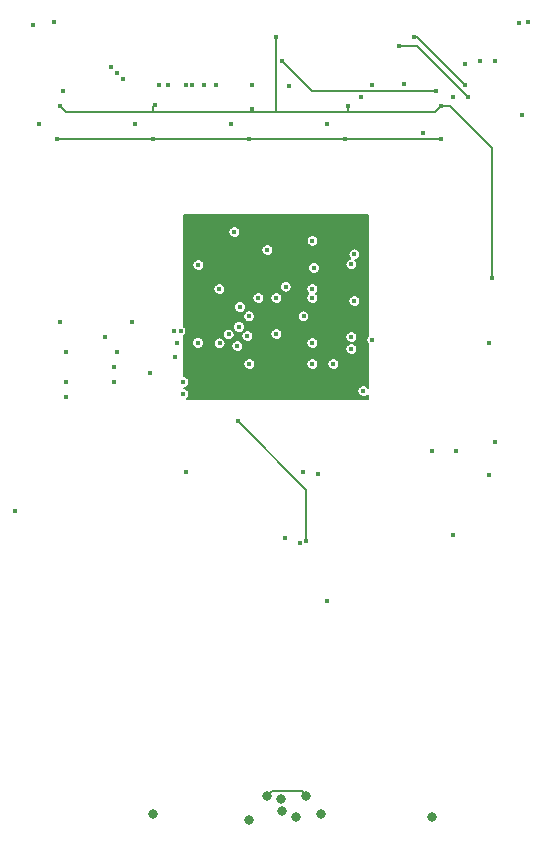
<source format=gbr>
%TF.GenerationSoftware,KiCad,Pcbnew,5.1.6*%
%TF.CreationDate,2021-04-23T20:35:47+02:00*%
%TF.ProjectId,nhci,6e686369-2e6b-4696-9361-645f70636258,rev?*%
%TF.SameCoordinates,Original*%
%TF.FileFunction,Copper,L3,Inr*%
%TF.FilePolarity,Positive*%
%FSLAX46Y46*%
G04 Gerber Fmt 4.6, Leading zero omitted, Abs format (unit mm)*
G04 Created by KiCad (PCBNEW 5.1.6) date 2021-04-23 20:35:47*
%MOMM*%
%LPD*%
G01*
G04 APERTURE LIST*
%TA.AperFunction,ViaPad*%
%ADD10C,0.400000*%
%TD*%
%TA.AperFunction,ViaPad*%
%ADD11C,0.800000*%
%TD*%
%TA.AperFunction,Conductor*%
%ADD12C,0.200000*%
%TD*%
G04 APERTURE END LIST*
D10*
%TO.N,GND*%
X44704000Y-100584000D03*
X80278000Y-106631999D03*
X86106000Y-108204000D03*
X77724000Y-109728000D03*
X86614000Y-100330000D03*
X45212000Y-108966000D03*
X47244000Y-106172000D03*
X53340000Y-108966000D03*
X55372000Y-105664000D03*
X61468000Y-108966000D03*
X63244597Y-105665403D03*
X69596000Y-108966000D03*
X72418000Y-106708000D03*
X43180000Y-141732000D03*
X58650685Y-127484685D03*
X58674000Y-120904000D03*
X71628000Y-127000000D03*
X68326000Y-129286000D03*
X65278000Y-123698000D03*
X62992000Y-129286000D03*
X62822362Y-126915638D03*
X64516000Y-119634000D03*
X66078001Y-122737796D03*
X65278000Y-126746000D03*
X67579905Y-125242132D03*
X68478001Y-121137795D03*
X56642000Y-126492000D03*
X71628000Y-120845999D03*
X83312000Y-127508000D03*
X78486000Y-136652000D03*
X83312000Y-138684000D03*
X66040000Y-144018000D03*
X67552000Y-138418000D03*
X80264000Y-143764000D03*
X69596000Y-149352000D03*
X57658000Y-138430000D03*
X47498000Y-128270000D03*
D11*
X78486000Y-167640000D03*
X62992000Y-167894000D03*
X69088000Y-167386000D03*
X54864000Y-167386000D03*
D10*
X60452000Y-122936000D03*
%TO.N,/P_REG*%
X76073000Y-105583000D03*
%TO.N,/P_IOWR*%
X60162000Y-105628000D03*
%TO.N,/P_IORD*%
X59162000Y-105644000D03*
%TO.N,/P_CE2*%
X57635065Y-105659570D03*
%TO.N,/P_WE*%
X66363011Y-105760001D03*
%TO.N,/P_OE*%
X58162000Y-105668000D03*
%TO.N,/P_CE1*%
X56134000Y-105664000D03*
%TO.N,/P_RESET*%
X73418000Y-105676000D03*
%TO.N,+5V*%
X65278000Y-101600000D03*
X79248000Y-107442000D03*
X46989000Y-107443000D03*
X54992000Y-107316000D03*
X63246000Y-107696000D03*
X71351000Y-107465000D03*
X83520000Y-121966000D03*
%TO.N,/P_D0*%
X51308000Y-104140000D03*
X81280000Y-103886000D03*
%TO.N,/P_D1*%
X51816000Y-104648000D03*
X82550000Y-103632000D03*
%TO.N,/P_D2*%
X52324000Y-105156000D03*
X83820000Y-103632000D03*
%TO.N,+3V3*%
X79248000Y-110236000D03*
X46736000Y-110236000D03*
X54864000Y-110236000D03*
X62992000Y-110236000D03*
X71120000Y-110236000D03*
X61976000Y-127762000D03*
X61722000Y-118110000D03*
X68340280Y-118849658D03*
X71628000Y-128016000D03*
X70104000Y-129286000D03*
X63754000Y-123698000D03*
X71882000Y-123952000D03*
X57168997Y-126494222D03*
X71882000Y-119991998D03*
X80518000Y-136652000D03*
X72644000Y-131572000D03*
X67306020Y-144396933D03*
X68768250Y-138618250D03*
X51816000Y-128270000D03*
X54610000Y-130048000D03*
%TO.N,/P_READY*%
X78780002Y-106131998D03*
X65786000Y-103632000D03*
%TO.N,/P_WAIT*%
X75692000Y-102362000D03*
X81546000Y-106680000D03*
%TO.N,/P_INPACK*%
X81280000Y-105664000D03*
X76962000Y-101600000D03*
%TO.N,Net-(C15-Pad2)*%
X68326000Y-123698000D03*
X62976095Y-125242132D03*
%TO.N,Net-(C15-Pad1)*%
X62200204Y-124459999D03*
X68326000Y-122936000D03*
%TO.N,+1V2*%
X62992000Y-119634000D03*
X62955715Y-126025106D03*
X66060132Y-126761905D03*
X83820000Y-135890000D03*
X72517000Y-125349000D03*
X64516000Y-122047000D03*
X71882000Y-128905000D03*
X66929000Y-122047000D03*
%TO.N,12MHz*%
X67818000Y-144272000D03*
X62026000Y-134112000D03*
D11*
%TO.N,Net-(C29-Pad1)*%
X67818000Y-165862000D03*
X64516000Y-165862000D03*
%TO.N,Net-(R19-Pad1)*%
X66921000Y-167640000D03*
X65667000Y-166116000D03*
%TO.N,Net-(R20-Pad1)*%
X65786000Y-167132000D03*
D10*
%TO.N,Net-(JP1-Pad2)*%
X46482000Y-100330000D03*
X85788500Y-100393500D03*
%TO.N,Net-(J1-Pad7)*%
X51562000Y-130810000D03*
X56712000Y-128708000D03*
%TO.N,Net-(J1-Pad5)*%
X51562000Y-129540000D03*
X56896000Y-127508000D03*
%TO.N,Net-(J1-Pad2)*%
X60483877Y-127529137D03*
X53086000Y-125730000D03*
X46990000Y-125730000D03*
%TO.N,Net-(J1-Pad1)*%
X50800000Y-127000000D03*
%TO.N,CRESET*%
X61248848Y-126775662D03*
X57404000Y-130810000D03*
X47498000Y-130810000D03*
%TO.N,CDONE*%
X62115143Y-126135184D03*
X57404000Y-131826000D03*
X47498000Y-132080000D03*
%TO.N,Net-(D1-Pad2)*%
X68326000Y-127508000D03*
X73406000Y-127254000D03*
%TD*%
D12*
%TO.N,+5V*%
X65278000Y-101600000D02*
X65278000Y-107950000D01*
X78740000Y-107950000D02*
X79248000Y-107442000D01*
X46991000Y-107443000D02*
X46989000Y-107443000D01*
X47498000Y-107950000D02*
X46991000Y-107443000D01*
X54864000Y-107444000D02*
X54992000Y-107316000D01*
X54864000Y-107950000D02*
X54864000Y-107444000D01*
X54864000Y-107950000D02*
X47498000Y-107950000D01*
X63246000Y-107950000D02*
X54864000Y-107950000D01*
X63246000Y-107950000D02*
X63246000Y-107696000D01*
X65278000Y-107950000D02*
X63246000Y-107950000D01*
X71374000Y-107950000D02*
X78740000Y-107950000D01*
X65278000Y-107950000D02*
X71374000Y-107950000D01*
X71374000Y-107950000D02*
X71374000Y-107488000D01*
X71374000Y-107488000D02*
X71351000Y-107465000D01*
X79248000Y-107442000D02*
X80010000Y-107442000D01*
X83520000Y-110952000D02*
X83520000Y-121966000D01*
X80010000Y-107442000D02*
X83520000Y-110952000D01*
%TO.N,+3V3*%
X55118000Y-110236000D02*
X54864000Y-110236000D01*
X55118000Y-110236000D02*
X46736000Y-110236000D01*
X79248000Y-110236000D02*
X61722000Y-110236000D01*
X61722000Y-110236000D02*
X55118000Y-110236000D01*
%TO.N,/P_READY*%
X78780002Y-106131998D02*
X68285998Y-106131998D01*
X68285998Y-106131998D02*
X65786000Y-103632000D01*
%TO.N,/P_WAIT*%
X77228000Y-102362000D02*
X75692000Y-102362000D01*
X81546000Y-106680000D02*
X77228000Y-102362000D01*
%TO.N,/P_INPACK*%
X81280000Y-105664000D02*
X77216000Y-101600000D01*
X77216000Y-101600000D02*
X76962000Y-101600000D01*
%TO.N,12MHz*%
X67818000Y-144272000D02*
X67818000Y-139904000D01*
X67818000Y-139904000D02*
X62026000Y-134112000D01*
%TO.N,Net-(C29-Pad1)*%
X67418001Y-165462001D02*
X64915999Y-165462001D01*
X64915999Y-165462001D02*
X64516000Y-165862000D01*
X67818000Y-165862000D02*
X67418001Y-165462001D01*
%TD*%
%TO.N,+1V2*%
G36*
X73052000Y-126900894D02*
G01*
X73017625Y-126935269D01*
X72962906Y-127017161D01*
X72925215Y-127108155D01*
X72906000Y-127204754D01*
X72906000Y-127303246D01*
X72925215Y-127399845D01*
X72962906Y-127490839D01*
X73017625Y-127572731D01*
X73052000Y-127607106D01*
X73052000Y-131282640D01*
X73032375Y-131253269D01*
X72962731Y-131183625D01*
X72880839Y-131128906D01*
X72789845Y-131091215D01*
X72693246Y-131072000D01*
X72594754Y-131072000D01*
X72498155Y-131091215D01*
X72407161Y-131128906D01*
X72325269Y-131183625D01*
X72255625Y-131253269D01*
X72200906Y-131335161D01*
X72163215Y-131426155D01*
X72144000Y-131522754D01*
X72144000Y-131621246D01*
X72163215Y-131717845D01*
X72200906Y-131808839D01*
X72255625Y-131890731D01*
X72325269Y-131960375D01*
X72407161Y-132015094D01*
X72498155Y-132052785D01*
X72594754Y-132072000D01*
X72693246Y-132072000D01*
X72789845Y-132052785D01*
X72880839Y-132015094D01*
X72962731Y-131960375D01*
X73032375Y-131890731D01*
X73052000Y-131861360D01*
X73052000Y-132234000D01*
X57693360Y-132234000D01*
X57722731Y-132214375D01*
X57792375Y-132144731D01*
X57847094Y-132062839D01*
X57884785Y-131971845D01*
X57904000Y-131875246D01*
X57904000Y-131776754D01*
X57884785Y-131680155D01*
X57847094Y-131589161D01*
X57792375Y-131507269D01*
X57722731Y-131437625D01*
X57640839Y-131382906D01*
X57549845Y-131345215D01*
X57504000Y-131336096D01*
X57504000Y-131299904D01*
X57549845Y-131290785D01*
X57640839Y-131253094D01*
X57722731Y-131198375D01*
X57792375Y-131128731D01*
X57847094Y-131046839D01*
X57884785Y-130955845D01*
X57904000Y-130859246D01*
X57904000Y-130760754D01*
X57884785Y-130664155D01*
X57847094Y-130573161D01*
X57792375Y-130491269D01*
X57722731Y-130421625D01*
X57640839Y-130366906D01*
X57549845Y-130329215D01*
X57504000Y-130320096D01*
X57504000Y-129236754D01*
X62492000Y-129236754D01*
X62492000Y-129335246D01*
X62511215Y-129431845D01*
X62548906Y-129522839D01*
X62603625Y-129604731D01*
X62673269Y-129674375D01*
X62755161Y-129729094D01*
X62846155Y-129766785D01*
X62942754Y-129786000D01*
X63041246Y-129786000D01*
X63137845Y-129766785D01*
X63228839Y-129729094D01*
X63310731Y-129674375D01*
X63380375Y-129604731D01*
X63435094Y-129522839D01*
X63472785Y-129431845D01*
X63492000Y-129335246D01*
X63492000Y-129236754D01*
X67826000Y-129236754D01*
X67826000Y-129335246D01*
X67845215Y-129431845D01*
X67882906Y-129522839D01*
X67937625Y-129604731D01*
X68007269Y-129674375D01*
X68089161Y-129729094D01*
X68180155Y-129766785D01*
X68276754Y-129786000D01*
X68375246Y-129786000D01*
X68471845Y-129766785D01*
X68562839Y-129729094D01*
X68644731Y-129674375D01*
X68714375Y-129604731D01*
X68769094Y-129522839D01*
X68806785Y-129431845D01*
X68826000Y-129335246D01*
X68826000Y-129236754D01*
X69604000Y-129236754D01*
X69604000Y-129335246D01*
X69623215Y-129431845D01*
X69660906Y-129522839D01*
X69715625Y-129604731D01*
X69785269Y-129674375D01*
X69867161Y-129729094D01*
X69958155Y-129766785D01*
X70054754Y-129786000D01*
X70153246Y-129786000D01*
X70249845Y-129766785D01*
X70340839Y-129729094D01*
X70422731Y-129674375D01*
X70492375Y-129604731D01*
X70547094Y-129522839D01*
X70584785Y-129431845D01*
X70604000Y-129335246D01*
X70604000Y-129236754D01*
X70584785Y-129140155D01*
X70547094Y-129049161D01*
X70492375Y-128967269D01*
X70422731Y-128897625D01*
X70340839Y-128842906D01*
X70249845Y-128805215D01*
X70153246Y-128786000D01*
X70054754Y-128786000D01*
X69958155Y-128805215D01*
X69867161Y-128842906D01*
X69785269Y-128897625D01*
X69715625Y-128967269D01*
X69660906Y-129049161D01*
X69623215Y-129140155D01*
X69604000Y-129236754D01*
X68826000Y-129236754D01*
X68806785Y-129140155D01*
X68769094Y-129049161D01*
X68714375Y-128967269D01*
X68644731Y-128897625D01*
X68562839Y-128842906D01*
X68471845Y-128805215D01*
X68375246Y-128786000D01*
X68276754Y-128786000D01*
X68180155Y-128805215D01*
X68089161Y-128842906D01*
X68007269Y-128897625D01*
X67937625Y-128967269D01*
X67882906Y-129049161D01*
X67845215Y-129140155D01*
X67826000Y-129236754D01*
X63492000Y-129236754D01*
X63472785Y-129140155D01*
X63435094Y-129049161D01*
X63380375Y-128967269D01*
X63310731Y-128897625D01*
X63228839Y-128842906D01*
X63137845Y-128805215D01*
X63041246Y-128786000D01*
X62942754Y-128786000D01*
X62846155Y-128805215D01*
X62755161Y-128842906D01*
X62673269Y-128897625D01*
X62603625Y-128967269D01*
X62548906Y-129049161D01*
X62511215Y-129140155D01*
X62492000Y-129236754D01*
X57504000Y-129236754D01*
X57504000Y-127435439D01*
X58150685Y-127435439D01*
X58150685Y-127533931D01*
X58169900Y-127630530D01*
X58207591Y-127721524D01*
X58262310Y-127803416D01*
X58331954Y-127873060D01*
X58413846Y-127927779D01*
X58504840Y-127965470D01*
X58601439Y-127984685D01*
X58699931Y-127984685D01*
X58796530Y-127965470D01*
X58887524Y-127927779D01*
X58969416Y-127873060D01*
X59039060Y-127803416D01*
X59093779Y-127721524D01*
X59131470Y-127630530D01*
X59150685Y-127533931D01*
X59150685Y-127479891D01*
X59983877Y-127479891D01*
X59983877Y-127578383D01*
X60003092Y-127674982D01*
X60040783Y-127765976D01*
X60095502Y-127847868D01*
X60165146Y-127917512D01*
X60247038Y-127972231D01*
X60338032Y-128009922D01*
X60434631Y-128029137D01*
X60533123Y-128029137D01*
X60629722Y-128009922D01*
X60720716Y-127972231D01*
X60802608Y-127917512D01*
X60872252Y-127847868D01*
X60926971Y-127765976D01*
X60949016Y-127712754D01*
X61476000Y-127712754D01*
X61476000Y-127811246D01*
X61495215Y-127907845D01*
X61532906Y-127998839D01*
X61587625Y-128080731D01*
X61657269Y-128150375D01*
X61739161Y-128205094D01*
X61830155Y-128242785D01*
X61926754Y-128262000D01*
X62025246Y-128262000D01*
X62121845Y-128242785D01*
X62212839Y-128205094D01*
X62294731Y-128150375D01*
X62364375Y-128080731D01*
X62419094Y-127998839D01*
X62456785Y-127907845D01*
X62476000Y-127811246D01*
X62476000Y-127712754D01*
X62456785Y-127616155D01*
X62419094Y-127525161D01*
X62374722Y-127458754D01*
X67826000Y-127458754D01*
X67826000Y-127557246D01*
X67845215Y-127653845D01*
X67882906Y-127744839D01*
X67937625Y-127826731D01*
X68007269Y-127896375D01*
X68089161Y-127951094D01*
X68180155Y-127988785D01*
X68276754Y-128008000D01*
X68375246Y-128008000D01*
X68471845Y-127988785D01*
X68525032Y-127966754D01*
X71128000Y-127966754D01*
X71128000Y-128065246D01*
X71147215Y-128161845D01*
X71184906Y-128252839D01*
X71239625Y-128334731D01*
X71309269Y-128404375D01*
X71391161Y-128459094D01*
X71482155Y-128496785D01*
X71578754Y-128516000D01*
X71677246Y-128516000D01*
X71773845Y-128496785D01*
X71864839Y-128459094D01*
X71946731Y-128404375D01*
X72016375Y-128334731D01*
X72071094Y-128252839D01*
X72108785Y-128161845D01*
X72128000Y-128065246D01*
X72128000Y-127966754D01*
X72108785Y-127870155D01*
X72071094Y-127779161D01*
X72016375Y-127697269D01*
X71946731Y-127627625D01*
X71864839Y-127572906D01*
X71773845Y-127535215D01*
X71677246Y-127516000D01*
X71578754Y-127516000D01*
X71482155Y-127535215D01*
X71391161Y-127572906D01*
X71309269Y-127627625D01*
X71239625Y-127697269D01*
X71184906Y-127779161D01*
X71147215Y-127870155D01*
X71128000Y-127966754D01*
X68525032Y-127966754D01*
X68562839Y-127951094D01*
X68644731Y-127896375D01*
X68714375Y-127826731D01*
X68769094Y-127744839D01*
X68806785Y-127653845D01*
X68826000Y-127557246D01*
X68826000Y-127458754D01*
X68806785Y-127362155D01*
X68769094Y-127271161D01*
X68714375Y-127189269D01*
X68644731Y-127119625D01*
X68562839Y-127064906D01*
X68471845Y-127027215D01*
X68375246Y-127008000D01*
X68276754Y-127008000D01*
X68180155Y-127027215D01*
X68089161Y-127064906D01*
X68007269Y-127119625D01*
X67937625Y-127189269D01*
X67882906Y-127271161D01*
X67845215Y-127362155D01*
X67826000Y-127458754D01*
X62374722Y-127458754D01*
X62364375Y-127443269D01*
X62294731Y-127373625D01*
X62212839Y-127318906D01*
X62121845Y-127281215D01*
X62025246Y-127262000D01*
X61926754Y-127262000D01*
X61830155Y-127281215D01*
X61739161Y-127318906D01*
X61657269Y-127373625D01*
X61587625Y-127443269D01*
X61532906Y-127525161D01*
X61495215Y-127616155D01*
X61476000Y-127712754D01*
X60949016Y-127712754D01*
X60964662Y-127674982D01*
X60983877Y-127578383D01*
X60983877Y-127479891D01*
X60964662Y-127383292D01*
X60926971Y-127292298D01*
X60872252Y-127210406D01*
X60802608Y-127140762D01*
X60720716Y-127086043D01*
X60629722Y-127048352D01*
X60533123Y-127029137D01*
X60434631Y-127029137D01*
X60338032Y-127048352D01*
X60247038Y-127086043D01*
X60165146Y-127140762D01*
X60095502Y-127210406D01*
X60040783Y-127292298D01*
X60003092Y-127383292D01*
X59983877Y-127479891D01*
X59150685Y-127479891D01*
X59150685Y-127435439D01*
X59131470Y-127338840D01*
X59093779Y-127247846D01*
X59039060Y-127165954D01*
X58969416Y-127096310D01*
X58887524Y-127041591D01*
X58796530Y-127003900D01*
X58699931Y-126984685D01*
X58601439Y-126984685D01*
X58504840Y-127003900D01*
X58413846Y-127041591D01*
X58331954Y-127096310D01*
X58262310Y-127165954D01*
X58207591Y-127247846D01*
X58169900Y-127338840D01*
X58150685Y-127435439D01*
X57504000Y-127435439D01*
X57504000Y-126866325D01*
X57557372Y-126812953D01*
X57612091Y-126731061D01*
X57614015Y-126726416D01*
X60748848Y-126726416D01*
X60748848Y-126824908D01*
X60768063Y-126921507D01*
X60805754Y-127012501D01*
X60860473Y-127094393D01*
X60930117Y-127164037D01*
X61012009Y-127218756D01*
X61103003Y-127256447D01*
X61199602Y-127275662D01*
X61298094Y-127275662D01*
X61394693Y-127256447D01*
X61485687Y-127218756D01*
X61567579Y-127164037D01*
X61637223Y-127094393D01*
X61691942Y-127012501D01*
X61729633Y-126921507D01*
X61740596Y-126866392D01*
X62322362Y-126866392D01*
X62322362Y-126964884D01*
X62341577Y-127061483D01*
X62379268Y-127152477D01*
X62433987Y-127234369D01*
X62503631Y-127304013D01*
X62585523Y-127358732D01*
X62676517Y-127396423D01*
X62773116Y-127415638D01*
X62871608Y-127415638D01*
X62968207Y-127396423D01*
X63059201Y-127358732D01*
X63141093Y-127304013D01*
X63210737Y-127234369D01*
X63265456Y-127152477D01*
X63303147Y-127061483D01*
X63322362Y-126964884D01*
X63322362Y-126866392D01*
X63303147Y-126769793D01*
X63272894Y-126696754D01*
X64778000Y-126696754D01*
X64778000Y-126795246D01*
X64797215Y-126891845D01*
X64834906Y-126982839D01*
X64889625Y-127064731D01*
X64959269Y-127134375D01*
X65041161Y-127189094D01*
X65132155Y-127226785D01*
X65228754Y-127246000D01*
X65327246Y-127246000D01*
X65423845Y-127226785D01*
X65514839Y-127189094D01*
X65596731Y-127134375D01*
X65666375Y-127064731D01*
X65721094Y-126982839D01*
X65734384Y-126950754D01*
X71128000Y-126950754D01*
X71128000Y-127049246D01*
X71147215Y-127145845D01*
X71184906Y-127236839D01*
X71239625Y-127318731D01*
X71309269Y-127388375D01*
X71391161Y-127443094D01*
X71482155Y-127480785D01*
X71578754Y-127500000D01*
X71677246Y-127500000D01*
X71773845Y-127480785D01*
X71864839Y-127443094D01*
X71946731Y-127388375D01*
X72016375Y-127318731D01*
X72071094Y-127236839D01*
X72108785Y-127145845D01*
X72128000Y-127049246D01*
X72128000Y-126950754D01*
X72108785Y-126854155D01*
X72071094Y-126763161D01*
X72016375Y-126681269D01*
X71946731Y-126611625D01*
X71864839Y-126556906D01*
X71773845Y-126519215D01*
X71677246Y-126500000D01*
X71578754Y-126500000D01*
X71482155Y-126519215D01*
X71391161Y-126556906D01*
X71309269Y-126611625D01*
X71239625Y-126681269D01*
X71184906Y-126763161D01*
X71147215Y-126854155D01*
X71128000Y-126950754D01*
X65734384Y-126950754D01*
X65758785Y-126891845D01*
X65778000Y-126795246D01*
X65778000Y-126696754D01*
X65758785Y-126600155D01*
X65721094Y-126509161D01*
X65666375Y-126427269D01*
X65596731Y-126357625D01*
X65514839Y-126302906D01*
X65423845Y-126265215D01*
X65327246Y-126246000D01*
X65228754Y-126246000D01*
X65132155Y-126265215D01*
X65041161Y-126302906D01*
X64959269Y-126357625D01*
X64889625Y-126427269D01*
X64834906Y-126509161D01*
X64797215Y-126600155D01*
X64778000Y-126696754D01*
X63272894Y-126696754D01*
X63265456Y-126678799D01*
X63210737Y-126596907D01*
X63141093Y-126527263D01*
X63059201Y-126472544D01*
X62968207Y-126434853D01*
X62871608Y-126415638D01*
X62773116Y-126415638D01*
X62676517Y-126434853D01*
X62585523Y-126472544D01*
X62503631Y-126527263D01*
X62433987Y-126596907D01*
X62379268Y-126678799D01*
X62341577Y-126769793D01*
X62322362Y-126866392D01*
X61740596Y-126866392D01*
X61748848Y-126824908D01*
X61748848Y-126726416D01*
X61729633Y-126629817D01*
X61691942Y-126538823D01*
X61637223Y-126456931D01*
X61567579Y-126387287D01*
X61485687Y-126332568D01*
X61394693Y-126294877D01*
X61298094Y-126275662D01*
X61199602Y-126275662D01*
X61103003Y-126294877D01*
X61012009Y-126332568D01*
X60930117Y-126387287D01*
X60860473Y-126456931D01*
X60805754Y-126538823D01*
X60768063Y-126629817D01*
X60748848Y-126726416D01*
X57614015Y-126726416D01*
X57649782Y-126640067D01*
X57668997Y-126543468D01*
X57668997Y-126444976D01*
X57649782Y-126348377D01*
X57612091Y-126257383D01*
X57557372Y-126175491D01*
X57504000Y-126122119D01*
X57504000Y-126085938D01*
X61615143Y-126085938D01*
X61615143Y-126184430D01*
X61634358Y-126281029D01*
X61672049Y-126372023D01*
X61726768Y-126453915D01*
X61796412Y-126523559D01*
X61878304Y-126578278D01*
X61969298Y-126615969D01*
X62065897Y-126635184D01*
X62164389Y-126635184D01*
X62260988Y-126615969D01*
X62351982Y-126578278D01*
X62433874Y-126523559D01*
X62503518Y-126453915D01*
X62558237Y-126372023D01*
X62595928Y-126281029D01*
X62615143Y-126184430D01*
X62615143Y-126085938D01*
X62595928Y-125989339D01*
X62558237Y-125898345D01*
X62503518Y-125816453D01*
X62433874Y-125746809D01*
X62351982Y-125692090D01*
X62260988Y-125654399D01*
X62164389Y-125635184D01*
X62065897Y-125635184D01*
X61969298Y-125654399D01*
X61878304Y-125692090D01*
X61796412Y-125746809D01*
X61726768Y-125816453D01*
X61672049Y-125898345D01*
X61634358Y-125989339D01*
X61615143Y-126085938D01*
X57504000Y-126085938D01*
X57504000Y-125192886D01*
X62476095Y-125192886D01*
X62476095Y-125291378D01*
X62495310Y-125387977D01*
X62533001Y-125478971D01*
X62587720Y-125560863D01*
X62657364Y-125630507D01*
X62739256Y-125685226D01*
X62830250Y-125722917D01*
X62926849Y-125742132D01*
X63025341Y-125742132D01*
X63121940Y-125722917D01*
X63212934Y-125685226D01*
X63294826Y-125630507D01*
X63364470Y-125560863D01*
X63419189Y-125478971D01*
X63456880Y-125387977D01*
X63476095Y-125291378D01*
X63476095Y-125192886D01*
X67079905Y-125192886D01*
X67079905Y-125291378D01*
X67099120Y-125387977D01*
X67136811Y-125478971D01*
X67191530Y-125560863D01*
X67261174Y-125630507D01*
X67343066Y-125685226D01*
X67434060Y-125722917D01*
X67530659Y-125742132D01*
X67629151Y-125742132D01*
X67725750Y-125722917D01*
X67816744Y-125685226D01*
X67898636Y-125630507D01*
X67968280Y-125560863D01*
X68022999Y-125478971D01*
X68060690Y-125387977D01*
X68079905Y-125291378D01*
X68079905Y-125192886D01*
X68060690Y-125096287D01*
X68022999Y-125005293D01*
X67968280Y-124923401D01*
X67898636Y-124853757D01*
X67816744Y-124799038D01*
X67725750Y-124761347D01*
X67629151Y-124742132D01*
X67530659Y-124742132D01*
X67434060Y-124761347D01*
X67343066Y-124799038D01*
X67261174Y-124853757D01*
X67191530Y-124923401D01*
X67136811Y-125005293D01*
X67099120Y-125096287D01*
X67079905Y-125192886D01*
X63476095Y-125192886D01*
X63456880Y-125096287D01*
X63419189Y-125005293D01*
X63364470Y-124923401D01*
X63294826Y-124853757D01*
X63212934Y-124799038D01*
X63121940Y-124761347D01*
X63025341Y-124742132D01*
X62926849Y-124742132D01*
X62830250Y-124761347D01*
X62739256Y-124799038D01*
X62657364Y-124853757D01*
X62587720Y-124923401D01*
X62533001Y-125005293D01*
X62495310Y-125096287D01*
X62476095Y-125192886D01*
X57504000Y-125192886D01*
X57504000Y-124410753D01*
X61700204Y-124410753D01*
X61700204Y-124509245D01*
X61719419Y-124605844D01*
X61757110Y-124696838D01*
X61811829Y-124778730D01*
X61881473Y-124848374D01*
X61963365Y-124903093D01*
X62054359Y-124940784D01*
X62150958Y-124959999D01*
X62249450Y-124959999D01*
X62346049Y-124940784D01*
X62437043Y-124903093D01*
X62518935Y-124848374D01*
X62588579Y-124778730D01*
X62643298Y-124696838D01*
X62680989Y-124605844D01*
X62700204Y-124509245D01*
X62700204Y-124410753D01*
X62680989Y-124314154D01*
X62643298Y-124223160D01*
X62588579Y-124141268D01*
X62518935Y-124071624D01*
X62437043Y-124016905D01*
X62346049Y-123979214D01*
X62249450Y-123959999D01*
X62150958Y-123959999D01*
X62054359Y-123979214D01*
X61963365Y-124016905D01*
X61881473Y-124071624D01*
X61811829Y-124141268D01*
X61757110Y-124223160D01*
X61719419Y-124314154D01*
X61700204Y-124410753D01*
X57504000Y-124410753D01*
X57504000Y-123648754D01*
X63254000Y-123648754D01*
X63254000Y-123747246D01*
X63273215Y-123843845D01*
X63310906Y-123934839D01*
X63365625Y-124016731D01*
X63435269Y-124086375D01*
X63517161Y-124141094D01*
X63608155Y-124178785D01*
X63704754Y-124198000D01*
X63803246Y-124198000D01*
X63899845Y-124178785D01*
X63990839Y-124141094D01*
X64072731Y-124086375D01*
X64142375Y-124016731D01*
X64197094Y-123934839D01*
X64234785Y-123843845D01*
X64254000Y-123747246D01*
X64254000Y-123648754D01*
X64778000Y-123648754D01*
X64778000Y-123747246D01*
X64797215Y-123843845D01*
X64834906Y-123934839D01*
X64889625Y-124016731D01*
X64959269Y-124086375D01*
X65041161Y-124141094D01*
X65132155Y-124178785D01*
X65228754Y-124198000D01*
X65327246Y-124198000D01*
X65423845Y-124178785D01*
X65514839Y-124141094D01*
X65596731Y-124086375D01*
X65666375Y-124016731D01*
X65721094Y-123934839D01*
X65758785Y-123843845D01*
X65778000Y-123747246D01*
X65778000Y-123648754D01*
X65758785Y-123552155D01*
X65721094Y-123461161D01*
X65666375Y-123379269D01*
X65596731Y-123309625D01*
X65514839Y-123254906D01*
X65423845Y-123217215D01*
X65327246Y-123198000D01*
X65228754Y-123198000D01*
X65132155Y-123217215D01*
X65041161Y-123254906D01*
X64959269Y-123309625D01*
X64889625Y-123379269D01*
X64834906Y-123461161D01*
X64797215Y-123552155D01*
X64778000Y-123648754D01*
X64254000Y-123648754D01*
X64234785Y-123552155D01*
X64197094Y-123461161D01*
X64142375Y-123379269D01*
X64072731Y-123309625D01*
X63990839Y-123254906D01*
X63899845Y-123217215D01*
X63803246Y-123198000D01*
X63704754Y-123198000D01*
X63608155Y-123217215D01*
X63517161Y-123254906D01*
X63435269Y-123309625D01*
X63365625Y-123379269D01*
X63310906Y-123461161D01*
X63273215Y-123552155D01*
X63254000Y-123648754D01*
X57504000Y-123648754D01*
X57504000Y-122886754D01*
X59952000Y-122886754D01*
X59952000Y-122985246D01*
X59971215Y-123081845D01*
X60008906Y-123172839D01*
X60063625Y-123254731D01*
X60133269Y-123324375D01*
X60215161Y-123379094D01*
X60306155Y-123416785D01*
X60402754Y-123436000D01*
X60501246Y-123436000D01*
X60597845Y-123416785D01*
X60688839Y-123379094D01*
X60770731Y-123324375D01*
X60840375Y-123254731D01*
X60895094Y-123172839D01*
X60932785Y-123081845D01*
X60952000Y-122985246D01*
X60952000Y-122886754D01*
X60932785Y-122790155D01*
X60895094Y-122699161D01*
X60888004Y-122688550D01*
X65578001Y-122688550D01*
X65578001Y-122787042D01*
X65597216Y-122883641D01*
X65634907Y-122974635D01*
X65689626Y-123056527D01*
X65759270Y-123126171D01*
X65841162Y-123180890D01*
X65932156Y-123218581D01*
X66028755Y-123237796D01*
X66127247Y-123237796D01*
X66223846Y-123218581D01*
X66314840Y-123180890D01*
X66396732Y-123126171D01*
X66466376Y-123056527D01*
X66521095Y-122974635D01*
X66557496Y-122886754D01*
X67826000Y-122886754D01*
X67826000Y-122985246D01*
X67845215Y-123081845D01*
X67882906Y-123172839D01*
X67937625Y-123254731D01*
X67999894Y-123317000D01*
X67937625Y-123379269D01*
X67882906Y-123461161D01*
X67845215Y-123552155D01*
X67826000Y-123648754D01*
X67826000Y-123747246D01*
X67845215Y-123843845D01*
X67882906Y-123934839D01*
X67937625Y-124016731D01*
X68007269Y-124086375D01*
X68089161Y-124141094D01*
X68180155Y-124178785D01*
X68276754Y-124198000D01*
X68375246Y-124198000D01*
X68471845Y-124178785D01*
X68562839Y-124141094D01*
X68644731Y-124086375D01*
X68714375Y-124016731D01*
X68769094Y-123934839D01*
X68782384Y-123902754D01*
X71382000Y-123902754D01*
X71382000Y-124001246D01*
X71401215Y-124097845D01*
X71438906Y-124188839D01*
X71493625Y-124270731D01*
X71563269Y-124340375D01*
X71645161Y-124395094D01*
X71736155Y-124432785D01*
X71832754Y-124452000D01*
X71931246Y-124452000D01*
X72027845Y-124432785D01*
X72118839Y-124395094D01*
X72200731Y-124340375D01*
X72270375Y-124270731D01*
X72325094Y-124188839D01*
X72362785Y-124097845D01*
X72382000Y-124001246D01*
X72382000Y-123902754D01*
X72362785Y-123806155D01*
X72325094Y-123715161D01*
X72270375Y-123633269D01*
X72200731Y-123563625D01*
X72118839Y-123508906D01*
X72027845Y-123471215D01*
X71931246Y-123452000D01*
X71832754Y-123452000D01*
X71736155Y-123471215D01*
X71645161Y-123508906D01*
X71563269Y-123563625D01*
X71493625Y-123633269D01*
X71438906Y-123715161D01*
X71401215Y-123806155D01*
X71382000Y-123902754D01*
X68782384Y-123902754D01*
X68806785Y-123843845D01*
X68826000Y-123747246D01*
X68826000Y-123648754D01*
X68806785Y-123552155D01*
X68769094Y-123461161D01*
X68714375Y-123379269D01*
X68652106Y-123317000D01*
X68714375Y-123254731D01*
X68769094Y-123172839D01*
X68806785Y-123081845D01*
X68826000Y-122985246D01*
X68826000Y-122886754D01*
X68806785Y-122790155D01*
X68769094Y-122699161D01*
X68714375Y-122617269D01*
X68644731Y-122547625D01*
X68562839Y-122492906D01*
X68471845Y-122455215D01*
X68375246Y-122436000D01*
X68276754Y-122436000D01*
X68180155Y-122455215D01*
X68089161Y-122492906D01*
X68007269Y-122547625D01*
X67937625Y-122617269D01*
X67882906Y-122699161D01*
X67845215Y-122790155D01*
X67826000Y-122886754D01*
X66557496Y-122886754D01*
X66558786Y-122883641D01*
X66578001Y-122787042D01*
X66578001Y-122688550D01*
X66558786Y-122591951D01*
X66521095Y-122500957D01*
X66466376Y-122419065D01*
X66396732Y-122349421D01*
X66314840Y-122294702D01*
X66223846Y-122257011D01*
X66127247Y-122237796D01*
X66028755Y-122237796D01*
X65932156Y-122257011D01*
X65841162Y-122294702D01*
X65759270Y-122349421D01*
X65689626Y-122419065D01*
X65634907Y-122500957D01*
X65597216Y-122591951D01*
X65578001Y-122688550D01*
X60888004Y-122688550D01*
X60840375Y-122617269D01*
X60770731Y-122547625D01*
X60688839Y-122492906D01*
X60597845Y-122455215D01*
X60501246Y-122436000D01*
X60402754Y-122436000D01*
X60306155Y-122455215D01*
X60215161Y-122492906D01*
X60133269Y-122547625D01*
X60063625Y-122617269D01*
X60008906Y-122699161D01*
X59971215Y-122790155D01*
X59952000Y-122886754D01*
X57504000Y-122886754D01*
X57504000Y-120854754D01*
X58174000Y-120854754D01*
X58174000Y-120953246D01*
X58193215Y-121049845D01*
X58230906Y-121140839D01*
X58285625Y-121222731D01*
X58355269Y-121292375D01*
X58437161Y-121347094D01*
X58528155Y-121384785D01*
X58624754Y-121404000D01*
X58723246Y-121404000D01*
X58819845Y-121384785D01*
X58910839Y-121347094D01*
X58992731Y-121292375D01*
X59062375Y-121222731D01*
X59117094Y-121140839D01*
X59138753Y-121088549D01*
X67978001Y-121088549D01*
X67978001Y-121187041D01*
X67997216Y-121283640D01*
X68034907Y-121374634D01*
X68089626Y-121456526D01*
X68159270Y-121526170D01*
X68241162Y-121580889D01*
X68332156Y-121618580D01*
X68428755Y-121637795D01*
X68527247Y-121637795D01*
X68623846Y-121618580D01*
X68714840Y-121580889D01*
X68796732Y-121526170D01*
X68866376Y-121456526D01*
X68921095Y-121374634D01*
X68958786Y-121283640D01*
X68978001Y-121187041D01*
X68978001Y-121088549D01*
X68958786Y-120991950D01*
X68921095Y-120900956D01*
X68866376Y-120819064D01*
X68844065Y-120796753D01*
X71128000Y-120796753D01*
X71128000Y-120895245D01*
X71147215Y-120991844D01*
X71184906Y-121082838D01*
X71239625Y-121164730D01*
X71309269Y-121234374D01*
X71391161Y-121289093D01*
X71482155Y-121326784D01*
X71578754Y-121345999D01*
X71677246Y-121345999D01*
X71773845Y-121326784D01*
X71864839Y-121289093D01*
X71946731Y-121234374D01*
X72016375Y-121164730D01*
X72071094Y-121082838D01*
X72108785Y-120991844D01*
X72128000Y-120895245D01*
X72128000Y-120796753D01*
X72108785Y-120700154D01*
X72071094Y-120609160D01*
X72016375Y-120527268D01*
X71972833Y-120483726D01*
X72027845Y-120472783D01*
X72118839Y-120435092D01*
X72200731Y-120380373D01*
X72270375Y-120310729D01*
X72325094Y-120228837D01*
X72362785Y-120137843D01*
X72382000Y-120041244D01*
X72382000Y-119942752D01*
X72362785Y-119846153D01*
X72325094Y-119755159D01*
X72270375Y-119673267D01*
X72200731Y-119603623D01*
X72118839Y-119548904D01*
X72027845Y-119511213D01*
X71931246Y-119491998D01*
X71832754Y-119491998D01*
X71736155Y-119511213D01*
X71645161Y-119548904D01*
X71563269Y-119603623D01*
X71493625Y-119673267D01*
X71438906Y-119755159D01*
X71401215Y-119846153D01*
X71382000Y-119942752D01*
X71382000Y-120041244D01*
X71401215Y-120137843D01*
X71438906Y-120228837D01*
X71493625Y-120310729D01*
X71537167Y-120354271D01*
X71482155Y-120365214D01*
X71391161Y-120402905D01*
X71309269Y-120457624D01*
X71239625Y-120527268D01*
X71184906Y-120609160D01*
X71147215Y-120700154D01*
X71128000Y-120796753D01*
X68844065Y-120796753D01*
X68796732Y-120749420D01*
X68714840Y-120694701D01*
X68623846Y-120657010D01*
X68527247Y-120637795D01*
X68428755Y-120637795D01*
X68332156Y-120657010D01*
X68241162Y-120694701D01*
X68159270Y-120749420D01*
X68089626Y-120819064D01*
X68034907Y-120900956D01*
X67997216Y-120991950D01*
X67978001Y-121088549D01*
X59138753Y-121088549D01*
X59154785Y-121049845D01*
X59174000Y-120953246D01*
X59174000Y-120854754D01*
X59154785Y-120758155D01*
X59117094Y-120667161D01*
X59062375Y-120585269D01*
X58992731Y-120515625D01*
X58910839Y-120460906D01*
X58819845Y-120423215D01*
X58723246Y-120404000D01*
X58624754Y-120404000D01*
X58528155Y-120423215D01*
X58437161Y-120460906D01*
X58355269Y-120515625D01*
X58285625Y-120585269D01*
X58230906Y-120667161D01*
X58193215Y-120758155D01*
X58174000Y-120854754D01*
X57504000Y-120854754D01*
X57504000Y-119584754D01*
X64016000Y-119584754D01*
X64016000Y-119683246D01*
X64035215Y-119779845D01*
X64072906Y-119870839D01*
X64127625Y-119952731D01*
X64197269Y-120022375D01*
X64279161Y-120077094D01*
X64370155Y-120114785D01*
X64466754Y-120134000D01*
X64565246Y-120134000D01*
X64661845Y-120114785D01*
X64752839Y-120077094D01*
X64834731Y-120022375D01*
X64904375Y-119952731D01*
X64959094Y-119870839D01*
X64996785Y-119779845D01*
X65016000Y-119683246D01*
X65016000Y-119584754D01*
X64996785Y-119488155D01*
X64959094Y-119397161D01*
X64904375Y-119315269D01*
X64834731Y-119245625D01*
X64752839Y-119190906D01*
X64661845Y-119153215D01*
X64565246Y-119134000D01*
X64466754Y-119134000D01*
X64370155Y-119153215D01*
X64279161Y-119190906D01*
X64197269Y-119245625D01*
X64127625Y-119315269D01*
X64072906Y-119397161D01*
X64035215Y-119488155D01*
X64016000Y-119584754D01*
X57504000Y-119584754D01*
X57504000Y-118800412D01*
X67840280Y-118800412D01*
X67840280Y-118898904D01*
X67859495Y-118995503D01*
X67897186Y-119086497D01*
X67951905Y-119168389D01*
X68021549Y-119238033D01*
X68103441Y-119292752D01*
X68194435Y-119330443D01*
X68291034Y-119349658D01*
X68389526Y-119349658D01*
X68486125Y-119330443D01*
X68577119Y-119292752D01*
X68659011Y-119238033D01*
X68728655Y-119168389D01*
X68783374Y-119086497D01*
X68821065Y-118995503D01*
X68840280Y-118898904D01*
X68840280Y-118800412D01*
X68821065Y-118703813D01*
X68783374Y-118612819D01*
X68728655Y-118530927D01*
X68659011Y-118461283D01*
X68577119Y-118406564D01*
X68486125Y-118368873D01*
X68389526Y-118349658D01*
X68291034Y-118349658D01*
X68194435Y-118368873D01*
X68103441Y-118406564D01*
X68021549Y-118461283D01*
X67951905Y-118530927D01*
X67897186Y-118612819D01*
X67859495Y-118703813D01*
X67840280Y-118800412D01*
X57504000Y-118800412D01*
X57504000Y-118060754D01*
X61222000Y-118060754D01*
X61222000Y-118159246D01*
X61241215Y-118255845D01*
X61278906Y-118346839D01*
X61333625Y-118428731D01*
X61403269Y-118498375D01*
X61485161Y-118553094D01*
X61576155Y-118590785D01*
X61672754Y-118610000D01*
X61771246Y-118610000D01*
X61867845Y-118590785D01*
X61958839Y-118553094D01*
X62040731Y-118498375D01*
X62110375Y-118428731D01*
X62165094Y-118346839D01*
X62202785Y-118255845D01*
X62222000Y-118159246D01*
X62222000Y-118060754D01*
X62202785Y-117964155D01*
X62165094Y-117873161D01*
X62110375Y-117791269D01*
X62040731Y-117721625D01*
X61958839Y-117666906D01*
X61867845Y-117629215D01*
X61771246Y-117610000D01*
X61672754Y-117610000D01*
X61576155Y-117629215D01*
X61485161Y-117666906D01*
X61403269Y-117721625D01*
X61333625Y-117791269D01*
X61278906Y-117873161D01*
X61241215Y-117964155D01*
X61222000Y-118060754D01*
X57504000Y-118060754D01*
X57504000Y-116686000D01*
X73052000Y-116686000D01*
X73052000Y-126900894D01*
G37*
X73052000Y-126900894D02*
X73017625Y-126935269D01*
X72962906Y-127017161D01*
X72925215Y-127108155D01*
X72906000Y-127204754D01*
X72906000Y-127303246D01*
X72925215Y-127399845D01*
X72962906Y-127490839D01*
X73017625Y-127572731D01*
X73052000Y-127607106D01*
X73052000Y-131282640D01*
X73032375Y-131253269D01*
X72962731Y-131183625D01*
X72880839Y-131128906D01*
X72789845Y-131091215D01*
X72693246Y-131072000D01*
X72594754Y-131072000D01*
X72498155Y-131091215D01*
X72407161Y-131128906D01*
X72325269Y-131183625D01*
X72255625Y-131253269D01*
X72200906Y-131335161D01*
X72163215Y-131426155D01*
X72144000Y-131522754D01*
X72144000Y-131621246D01*
X72163215Y-131717845D01*
X72200906Y-131808839D01*
X72255625Y-131890731D01*
X72325269Y-131960375D01*
X72407161Y-132015094D01*
X72498155Y-132052785D01*
X72594754Y-132072000D01*
X72693246Y-132072000D01*
X72789845Y-132052785D01*
X72880839Y-132015094D01*
X72962731Y-131960375D01*
X73032375Y-131890731D01*
X73052000Y-131861360D01*
X73052000Y-132234000D01*
X57693360Y-132234000D01*
X57722731Y-132214375D01*
X57792375Y-132144731D01*
X57847094Y-132062839D01*
X57884785Y-131971845D01*
X57904000Y-131875246D01*
X57904000Y-131776754D01*
X57884785Y-131680155D01*
X57847094Y-131589161D01*
X57792375Y-131507269D01*
X57722731Y-131437625D01*
X57640839Y-131382906D01*
X57549845Y-131345215D01*
X57504000Y-131336096D01*
X57504000Y-131299904D01*
X57549845Y-131290785D01*
X57640839Y-131253094D01*
X57722731Y-131198375D01*
X57792375Y-131128731D01*
X57847094Y-131046839D01*
X57884785Y-130955845D01*
X57904000Y-130859246D01*
X57904000Y-130760754D01*
X57884785Y-130664155D01*
X57847094Y-130573161D01*
X57792375Y-130491269D01*
X57722731Y-130421625D01*
X57640839Y-130366906D01*
X57549845Y-130329215D01*
X57504000Y-130320096D01*
X57504000Y-129236754D01*
X62492000Y-129236754D01*
X62492000Y-129335246D01*
X62511215Y-129431845D01*
X62548906Y-129522839D01*
X62603625Y-129604731D01*
X62673269Y-129674375D01*
X62755161Y-129729094D01*
X62846155Y-129766785D01*
X62942754Y-129786000D01*
X63041246Y-129786000D01*
X63137845Y-129766785D01*
X63228839Y-129729094D01*
X63310731Y-129674375D01*
X63380375Y-129604731D01*
X63435094Y-129522839D01*
X63472785Y-129431845D01*
X63492000Y-129335246D01*
X63492000Y-129236754D01*
X67826000Y-129236754D01*
X67826000Y-129335246D01*
X67845215Y-129431845D01*
X67882906Y-129522839D01*
X67937625Y-129604731D01*
X68007269Y-129674375D01*
X68089161Y-129729094D01*
X68180155Y-129766785D01*
X68276754Y-129786000D01*
X68375246Y-129786000D01*
X68471845Y-129766785D01*
X68562839Y-129729094D01*
X68644731Y-129674375D01*
X68714375Y-129604731D01*
X68769094Y-129522839D01*
X68806785Y-129431845D01*
X68826000Y-129335246D01*
X68826000Y-129236754D01*
X69604000Y-129236754D01*
X69604000Y-129335246D01*
X69623215Y-129431845D01*
X69660906Y-129522839D01*
X69715625Y-129604731D01*
X69785269Y-129674375D01*
X69867161Y-129729094D01*
X69958155Y-129766785D01*
X70054754Y-129786000D01*
X70153246Y-129786000D01*
X70249845Y-129766785D01*
X70340839Y-129729094D01*
X70422731Y-129674375D01*
X70492375Y-129604731D01*
X70547094Y-129522839D01*
X70584785Y-129431845D01*
X70604000Y-129335246D01*
X70604000Y-129236754D01*
X70584785Y-129140155D01*
X70547094Y-129049161D01*
X70492375Y-128967269D01*
X70422731Y-128897625D01*
X70340839Y-128842906D01*
X70249845Y-128805215D01*
X70153246Y-128786000D01*
X70054754Y-128786000D01*
X69958155Y-128805215D01*
X69867161Y-128842906D01*
X69785269Y-128897625D01*
X69715625Y-128967269D01*
X69660906Y-129049161D01*
X69623215Y-129140155D01*
X69604000Y-129236754D01*
X68826000Y-129236754D01*
X68806785Y-129140155D01*
X68769094Y-129049161D01*
X68714375Y-128967269D01*
X68644731Y-128897625D01*
X68562839Y-128842906D01*
X68471845Y-128805215D01*
X68375246Y-128786000D01*
X68276754Y-128786000D01*
X68180155Y-128805215D01*
X68089161Y-128842906D01*
X68007269Y-128897625D01*
X67937625Y-128967269D01*
X67882906Y-129049161D01*
X67845215Y-129140155D01*
X67826000Y-129236754D01*
X63492000Y-129236754D01*
X63472785Y-129140155D01*
X63435094Y-129049161D01*
X63380375Y-128967269D01*
X63310731Y-128897625D01*
X63228839Y-128842906D01*
X63137845Y-128805215D01*
X63041246Y-128786000D01*
X62942754Y-128786000D01*
X62846155Y-128805215D01*
X62755161Y-128842906D01*
X62673269Y-128897625D01*
X62603625Y-128967269D01*
X62548906Y-129049161D01*
X62511215Y-129140155D01*
X62492000Y-129236754D01*
X57504000Y-129236754D01*
X57504000Y-127435439D01*
X58150685Y-127435439D01*
X58150685Y-127533931D01*
X58169900Y-127630530D01*
X58207591Y-127721524D01*
X58262310Y-127803416D01*
X58331954Y-127873060D01*
X58413846Y-127927779D01*
X58504840Y-127965470D01*
X58601439Y-127984685D01*
X58699931Y-127984685D01*
X58796530Y-127965470D01*
X58887524Y-127927779D01*
X58969416Y-127873060D01*
X59039060Y-127803416D01*
X59093779Y-127721524D01*
X59131470Y-127630530D01*
X59150685Y-127533931D01*
X59150685Y-127479891D01*
X59983877Y-127479891D01*
X59983877Y-127578383D01*
X60003092Y-127674982D01*
X60040783Y-127765976D01*
X60095502Y-127847868D01*
X60165146Y-127917512D01*
X60247038Y-127972231D01*
X60338032Y-128009922D01*
X60434631Y-128029137D01*
X60533123Y-128029137D01*
X60629722Y-128009922D01*
X60720716Y-127972231D01*
X60802608Y-127917512D01*
X60872252Y-127847868D01*
X60926971Y-127765976D01*
X60949016Y-127712754D01*
X61476000Y-127712754D01*
X61476000Y-127811246D01*
X61495215Y-127907845D01*
X61532906Y-127998839D01*
X61587625Y-128080731D01*
X61657269Y-128150375D01*
X61739161Y-128205094D01*
X61830155Y-128242785D01*
X61926754Y-128262000D01*
X62025246Y-128262000D01*
X62121845Y-128242785D01*
X62212839Y-128205094D01*
X62294731Y-128150375D01*
X62364375Y-128080731D01*
X62419094Y-127998839D01*
X62456785Y-127907845D01*
X62476000Y-127811246D01*
X62476000Y-127712754D01*
X62456785Y-127616155D01*
X62419094Y-127525161D01*
X62374722Y-127458754D01*
X67826000Y-127458754D01*
X67826000Y-127557246D01*
X67845215Y-127653845D01*
X67882906Y-127744839D01*
X67937625Y-127826731D01*
X68007269Y-127896375D01*
X68089161Y-127951094D01*
X68180155Y-127988785D01*
X68276754Y-128008000D01*
X68375246Y-128008000D01*
X68471845Y-127988785D01*
X68525032Y-127966754D01*
X71128000Y-127966754D01*
X71128000Y-128065246D01*
X71147215Y-128161845D01*
X71184906Y-128252839D01*
X71239625Y-128334731D01*
X71309269Y-128404375D01*
X71391161Y-128459094D01*
X71482155Y-128496785D01*
X71578754Y-128516000D01*
X71677246Y-128516000D01*
X71773845Y-128496785D01*
X71864839Y-128459094D01*
X71946731Y-128404375D01*
X72016375Y-128334731D01*
X72071094Y-128252839D01*
X72108785Y-128161845D01*
X72128000Y-128065246D01*
X72128000Y-127966754D01*
X72108785Y-127870155D01*
X72071094Y-127779161D01*
X72016375Y-127697269D01*
X71946731Y-127627625D01*
X71864839Y-127572906D01*
X71773845Y-127535215D01*
X71677246Y-127516000D01*
X71578754Y-127516000D01*
X71482155Y-127535215D01*
X71391161Y-127572906D01*
X71309269Y-127627625D01*
X71239625Y-127697269D01*
X71184906Y-127779161D01*
X71147215Y-127870155D01*
X71128000Y-127966754D01*
X68525032Y-127966754D01*
X68562839Y-127951094D01*
X68644731Y-127896375D01*
X68714375Y-127826731D01*
X68769094Y-127744839D01*
X68806785Y-127653845D01*
X68826000Y-127557246D01*
X68826000Y-127458754D01*
X68806785Y-127362155D01*
X68769094Y-127271161D01*
X68714375Y-127189269D01*
X68644731Y-127119625D01*
X68562839Y-127064906D01*
X68471845Y-127027215D01*
X68375246Y-127008000D01*
X68276754Y-127008000D01*
X68180155Y-127027215D01*
X68089161Y-127064906D01*
X68007269Y-127119625D01*
X67937625Y-127189269D01*
X67882906Y-127271161D01*
X67845215Y-127362155D01*
X67826000Y-127458754D01*
X62374722Y-127458754D01*
X62364375Y-127443269D01*
X62294731Y-127373625D01*
X62212839Y-127318906D01*
X62121845Y-127281215D01*
X62025246Y-127262000D01*
X61926754Y-127262000D01*
X61830155Y-127281215D01*
X61739161Y-127318906D01*
X61657269Y-127373625D01*
X61587625Y-127443269D01*
X61532906Y-127525161D01*
X61495215Y-127616155D01*
X61476000Y-127712754D01*
X60949016Y-127712754D01*
X60964662Y-127674982D01*
X60983877Y-127578383D01*
X60983877Y-127479891D01*
X60964662Y-127383292D01*
X60926971Y-127292298D01*
X60872252Y-127210406D01*
X60802608Y-127140762D01*
X60720716Y-127086043D01*
X60629722Y-127048352D01*
X60533123Y-127029137D01*
X60434631Y-127029137D01*
X60338032Y-127048352D01*
X60247038Y-127086043D01*
X60165146Y-127140762D01*
X60095502Y-127210406D01*
X60040783Y-127292298D01*
X60003092Y-127383292D01*
X59983877Y-127479891D01*
X59150685Y-127479891D01*
X59150685Y-127435439D01*
X59131470Y-127338840D01*
X59093779Y-127247846D01*
X59039060Y-127165954D01*
X58969416Y-127096310D01*
X58887524Y-127041591D01*
X58796530Y-127003900D01*
X58699931Y-126984685D01*
X58601439Y-126984685D01*
X58504840Y-127003900D01*
X58413846Y-127041591D01*
X58331954Y-127096310D01*
X58262310Y-127165954D01*
X58207591Y-127247846D01*
X58169900Y-127338840D01*
X58150685Y-127435439D01*
X57504000Y-127435439D01*
X57504000Y-126866325D01*
X57557372Y-126812953D01*
X57612091Y-126731061D01*
X57614015Y-126726416D01*
X60748848Y-126726416D01*
X60748848Y-126824908D01*
X60768063Y-126921507D01*
X60805754Y-127012501D01*
X60860473Y-127094393D01*
X60930117Y-127164037D01*
X61012009Y-127218756D01*
X61103003Y-127256447D01*
X61199602Y-127275662D01*
X61298094Y-127275662D01*
X61394693Y-127256447D01*
X61485687Y-127218756D01*
X61567579Y-127164037D01*
X61637223Y-127094393D01*
X61691942Y-127012501D01*
X61729633Y-126921507D01*
X61740596Y-126866392D01*
X62322362Y-126866392D01*
X62322362Y-126964884D01*
X62341577Y-127061483D01*
X62379268Y-127152477D01*
X62433987Y-127234369D01*
X62503631Y-127304013D01*
X62585523Y-127358732D01*
X62676517Y-127396423D01*
X62773116Y-127415638D01*
X62871608Y-127415638D01*
X62968207Y-127396423D01*
X63059201Y-127358732D01*
X63141093Y-127304013D01*
X63210737Y-127234369D01*
X63265456Y-127152477D01*
X63303147Y-127061483D01*
X63322362Y-126964884D01*
X63322362Y-126866392D01*
X63303147Y-126769793D01*
X63272894Y-126696754D01*
X64778000Y-126696754D01*
X64778000Y-126795246D01*
X64797215Y-126891845D01*
X64834906Y-126982839D01*
X64889625Y-127064731D01*
X64959269Y-127134375D01*
X65041161Y-127189094D01*
X65132155Y-127226785D01*
X65228754Y-127246000D01*
X65327246Y-127246000D01*
X65423845Y-127226785D01*
X65514839Y-127189094D01*
X65596731Y-127134375D01*
X65666375Y-127064731D01*
X65721094Y-126982839D01*
X65734384Y-126950754D01*
X71128000Y-126950754D01*
X71128000Y-127049246D01*
X71147215Y-127145845D01*
X71184906Y-127236839D01*
X71239625Y-127318731D01*
X71309269Y-127388375D01*
X71391161Y-127443094D01*
X71482155Y-127480785D01*
X71578754Y-127500000D01*
X71677246Y-127500000D01*
X71773845Y-127480785D01*
X71864839Y-127443094D01*
X71946731Y-127388375D01*
X72016375Y-127318731D01*
X72071094Y-127236839D01*
X72108785Y-127145845D01*
X72128000Y-127049246D01*
X72128000Y-126950754D01*
X72108785Y-126854155D01*
X72071094Y-126763161D01*
X72016375Y-126681269D01*
X71946731Y-126611625D01*
X71864839Y-126556906D01*
X71773845Y-126519215D01*
X71677246Y-126500000D01*
X71578754Y-126500000D01*
X71482155Y-126519215D01*
X71391161Y-126556906D01*
X71309269Y-126611625D01*
X71239625Y-126681269D01*
X71184906Y-126763161D01*
X71147215Y-126854155D01*
X71128000Y-126950754D01*
X65734384Y-126950754D01*
X65758785Y-126891845D01*
X65778000Y-126795246D01*
X65778000Y-126696754D01*
X65758785Y-126600155D01*
X65721094Y-126509161D01*
X65666375Y-126427269D01*
X65596731Y-126357625D01*
X65514839Y-126302906D01*
X65423845Y-126265215D01*
X65327246Y-126246000D01*
X65228754Y-126246000D01*
X65132155Y-126265215D01*
X65041161Y-126302906D01*
X64959269Y-126357625D01*
X64889625Y-126427269D01*
X64834906Y-126509161D01*
X64797215Y-126600155D01*
X64778000Y-126696754D01*
X63272894Y-126696754D01*
X63265456Y-126678799D01*
X63210737Y-126596907D01*
X63141093Y-126527263D01*
X63059201Y-126472544D01*
X62968207Y-126434853D01*
X62871608Y-126415638D01*
X62773116Y-126415638D01*
X62676517Y-126434853D01*
X62585523Y-126472544D01*
X62503631Y-126527263D01*
X62433987Y-126596907D01*
X62379268Y-126678799D01*
X62341577Y-126769793D01*
X62322362Y-126866392D01*
X61740596Y-126866392D01*
X61748848Y-126824908D01*
X61748848Y-126726416D01*
X61729633Y-126629817D01*
X61691942Y-126538823D01*
X61637223Y-126456931D01*
X61567579Y-126387287D01*
X61485687Y-126332568D01*
X61394693Y-126294877D01*
X61298094Y-126275662D01*
X61199602Y-126275662D01*
X61103003Y-126294877D01*
X61012009Y-126332568D01*
X60930117Y-126387287D01*
X60860473Y-126456931D01*
X60805754Y-126538823D01*
X60768063Y-126629817D01*
X60748848Y-126726416D01*
X57614015Y-126726416D01*
X57649782Y-126640067D01*
X57668997Y-126543468D01*
X57668997Y-126444976D01*
X57649782Y-126348377D01*
X57612091Y-126257383D01*
X57557372Y-126175491D01*
X57504000Y-126122119D01*
X57504000Y-126085938D01*
X61615143Y-126085938D01*
X61615143Y-126184430D01*
X61634358Y-126281029D01*
X61672049Y-126372023D01*
X61726768Y-126453915D01*
X61796412Y-126523559D01*
X61878304Y-126578278D01*
X61969298Y-126615969D01*
X62065897Y-126635184D01*
X62164389Y-126635184D01*
X62260988Y-126615969D01*
X62351982Y-126578278D01*
X62433874Y-126523559D01*
X62503518Y-126453915D01*
X62558237Y-126372023D01*
X62595928Y-126281029D01*
X62615143Y-126184430D01*
X62615143Y-126085938D01*
X62595928Y-125989339D01*
X62558237Y-125898345D01*
X62503518Y-125816453D01*
X62433874Y-125746809D01*
X62351982Y-125692090D01*
X62260988Y-125654399D01*
X62164389Y-125635184D01*
X62065897Y-125635184D01*
X61969298Y-125654399D01*
X61878304Y-125692090D01*
X61796412Y-125746809D01*
X61726768Y-125816453D01*
X61672049Y-125898345D01*
X61634358Y-125989339D01*
X61615143Y-126085938D01*
X57504000Y-126085938D01*
X57504000Y-125192886D01*
X62476095Y-125192886D01*
X62476095Y-125291378D01*
X62495310Y-125387977D01*
X62533001Y-125478971D01*
X62587720Y-125560863D01*
X62657364Y-125630507D01*
X62739256Y-125685226D01*
X62830250Y-125722917D01*
X62926849Y-125742132D01*
X63025341Y-125742132D01*
X63121940Y-125722917D01*
X63212934Y-125685226D01*
X63294826Y-125630507D01*
X63364470Y-125560863D01*
X63419189Y-125478971D01*
X63456880Y-125387977D01*
X63476095Y-125291378D01*
X63476095Y-125192886D01*
X67079905Y-125192886D01*
X67079905Y-125291378D01*
X67099120Y-125387977D01*
X67136811Y-125478971D01*
X67191530Y-125560863D01*
X67261174Y-125630507D01*
X67343066Y-125685226D01*
X67434060Y-125722917D01*
X67530659Y-125742132D01*
X67629151Y-125742132D01*
X67725750Y-125722917D01*
X67816744Y-125685226D01*
X67898636Y-125630507D01*
X67968280Y-125560863D01*
X68022999Y-125478971D01*
X68060690Y-125387977D01*
X68079905Y-125291378D01*
X68079905Y-125192886D01*
X68060690Y-125096287D01*
X68022999Y-125005293D01*
X67968280Y-124923401D01*
X67898636Y-124853757D01*
X67816744Y-124799038D01*
X67725750Y-124761347D01*
X67629151Y-124742132D01*
X67530659Y-124742132D01*
X67434060Y-124761347D01*
X67343066Y-124799038D01*
X67261174Y-124853757D01*
X67191530Y-124923401D01*
X67136811Y-125005293D01*
X67099120Y-125096287D01*
X67079905Y-125192886D01*
X63476095Y-125192886D01*
X63456880Y-125096287D01*
X63419189Y-125005293D01*
X63364470Y-124923401D01*
X63294826Y-124853757D01*
X63212934Y-124799038D01*
X63121940Y-124761347D01*
X63025341Y-124742132D01*
X62926849Y-124742132D01*
X62830250Y-124761347D01*
X62739256Y-124799038D01*
X62657364Y-124853757D01*
X62587720Y-124923401D01*
X62533001Y-125005293D01*
X62495310Y-125096287D01*
X62476095Y-125192886D01*
X57504000Y-125192886D01*
X57504000Y-124410753D01*
X61700204Y-124410753D01*
X61700204Y-124509245D01*
X61719419Y-124605844D01*
X61757110Y-124696838D01*
X61811829Y-124778730D01*
X61881473Y-124848374D01*
X61963365Y-124903093D01*
X62054359Y-124940784D01*
X62150958Y-124959999D01*
X62249450Y-124959999D01*
X62346049Y-124940784D01*
X62437043Y-124903093D01*
X62518935Y-124848374D01*
X62588579Y-124778730D01*
X62643298Y-124696838D01*
X62680989Y-124605844D01*
X62700204Y-124509245D01*
X62700204Y-124410753D01*
X62680989Y-124314154D01*
X62643298Y-124223160D01*
X62588579Y-124141268D01*
X62518935Y-124071624D01*
X62437043Y-124016905D01*
X62346049Y-123979214D01*
X62249450Y-123959999D01*
X62150958Y-123959999D01*
X62054359Y-123979214D01*
X61963365Y-124016905D01*
X61881473Y-124071624D01*
X61811829Y-124141268D01*
X61757110Y-124223160D01*
X61719419Y-124314154D01*
X61700204Y-124410753D01*
X57504000Y-124410753D01*
X57504000Y-123648754D01*
X63254000Y-123648754D01*
X63254000Y-123747246D01*
X63273215Y-123843845D01*
X63310906Y-123934839D01*
X63365625Y-124016731D01*
X63435269Y-124086375D01*
X63517161Y-124141094D01*
X63608155Y-124178785D01*
X63704754Y-124198000D01*
X63803246Y-124198000D01*
X63899845Y-124178785D01*
X63990839Y-124141094D01*
X64072731Y-124086375D01*
X64142375Y-124016731D01*
X64197094Y-123934839D01*
X64234785Y-123843845D01*
X64254000Y-123747246D01*
X64254000Y-123648754D01*
X64778000Y-123648754D01*
X64778000Y-123747246D01*
X64797215Y-123843845D01*
X64834906Y-123934839D01*
X64889625Y-124016731D01*
X64959269Y-124086375D01*
X65041161Y-124141094D01*
X65132155Y-124178785D01*
X65228754Y-124198000D01*
X65327246Y-124198000D01*
X65423845Y-124178785D01*
X65514839Y-124141094D01*
X65596731Y-124086375D01*
X65666375Y-124016731D01*
X65721094Y-123934839D01*
X65758785Y-123843845D01*
X65778000Y-123747246D01*
X65778000Y-123648754D01*
X65758785Y-123552155D01*
X65721094Y-123461161D01*
X65666375Y-123379269D01*
X65596731Y-123309625D01*
X65514839Y-123254906D01*
X65423845Y-123217215D01*
X65327246Y-123198000D01*
X65228754Y-123198000D01*
X65132155Y-123217215D01*
X65041161Y-123254906D01*
X64959269Y-123309625D01*
X64889625Y-123379269D01*
X64834906Y-123461161D01*
X64797215Y-123552155D01*
X64778000Y-123648754D01*
X64254000Y-123648754D01*
X64234785Y-123552155D01*
X64197094Y-123461161D01*
X64142375Y-123379269D01*
X64072731Y-123309625D01*
X63990839Y-123254906D01*
X63899845Y-123217215D01*
X63803246Y-123198000D01*
X63704754Y-123198000D01*
X63608155Y-123217215D01*
X63517161Y-123254906D01*
X63435269Y-123309625D01*
X63365625Y-123379269D01*
X63310906Y-123461161D01*
X63273215Y-123552155D01*
X63254000Y-123648754D01*
X57504000Y-123648754D01*
X57504000Y-122886754D01*
X59952000Y-122886754D01*
X59952000Y-122985246D01*
X59971215Y-123081845D01*
X60008906Y-123172839D01*
X60063625Y-123254731D01*
X60133269Y-123324375D01*
X60215161Y-123379094D01*
X60306155Y-123416785D01*
X60402754Y-123436000D01*
X60501246Y-123436000D01*
X60597845Y-123416785D01*
X60688839Y-123379094D01*
X60770731Y-123324375D01*
X60840375Y-123254731D01*
X60895094Y-123172839D01*
X60932785Y-123081845D01*
X60952000Y-122985246D01*
X60952000Y-122886754D01*
X60932785Y-122790155D01*
X60895094Y-122699161D01*
X60888004Y-122688550D01*
X65578001Y-122688550D01*
X65578001Y-122787042D01*
X65597216Y-122883641D01*
X65634907Y-122974635D01*
X65689626Y-123056527D01*
X65759270Y-123126171D01*
X65841162Y-123180890D01*
X65932156Y-123218581D01*
X66028755Y-123237796D01*
X66127247Y-123237796D01*
X66223846Y-123218581D01*
X66314840Y-123180890D01*
X66396732Y-123126171D01*
X66466376Y-123056527D01*
X66521095Y-122974635D01*
X66557496Y-122886754D01*
X67826000Y-122886754D01*
X67826000Y-122985246D01*
X67845215Y-123081845D01*
X67882906Y-123172839D01*
X67937625Y-123254731D01*
X67999894Y-123317000D01*
X67937625Y-123379269D01*
X67882906Y-123461161D01*
X67845215Y-123552155D01*
X67826000Y-123648754D01*
X67826000Y-123747246D01*
X67845215Y-123843845D01*
X67882906Y-123934839D01*
X67937625Y-124016731D01*
X68007269Y-124086375D01*
X68089161Y-124141094D01*
X68180155Y-124178785D01*
X68276754Y-124198000D01*
X68375246Y-124198000D01*
X68471845Y-124178785D01*
X68562839Y-124141094D01*
X68644731Y-124086375D01*
X68714375Y-124016731D01*
X68769094Y-123934839D01*
X68782384Y-123902754D01*
X71382000Y-123902754D01*
X71382000Y-124001246D01*
X71401215Y-124097845D01*
X71438906Y-124188839D01*
X71493625Y-124270731D01*
X71563269Y-124340375D01*
X71645161Y-124395094D01*
X71736155Y-124432785D01*
X71832754Y-124452000D01*
X71931246Y-124452000D01*
X72027845Y-124432785D01*
X72118839Y-124395094D01*
X72200731Y-124340375D01*
X72270375Y-124270731D01*
X72325094Y-124188839D01*
X72362785Y-124097845D01*
X72382000Y-124001246D01*
X72382000Y-123902754D01*
X72362785Y-123806155D01*
X72325094Y-123715161D01*
X72270375Y-123633269D01*
X72200731Y-123563625D01*
X72118839Y-123508906D01*
X72027845Y-123471215D01*
X71931246Y-123452000D01*
X71832754Y-123452000D01*
X71736155Y-123471215D01*
X71645161Y-123508906D01*
X71563269Y-123563625D01*
X71493625Y-123633269D01*
X71438906Y-123715161D01*
X71401215Y-123806155D01*
X71382000Y-123902754D01*
X68782384Y-123902754D01*
X68806785Y-123843845D01*
X68826000Y-123747246D01*
X68826000Y-123648754D01*
X68806785Y-123552155D01*
X68769094Y-123461161D01*
X68714375Y-123379269D01*
X68652106Y-123317000D01*
X68714375Y-123254731D01*
X68769094Y-123172839D01*
X68806785Y-123081845D01*
X68826000Y-122985246D01*
X68826000Y-122886754D01*
X68806785Y-122790155D01*
X68769094Y-122699161D01*
X68714375Y-122617269D01*
X68644731Y-122547625D01*
X68562839Y-122492906D01*
X68471845Y-122455215D01*
X68375246Y-122436000D01*
X68276754Y-122436000D01*
X68180155Y-122455215D01*
X68089161Y-122492906D01*
X68007269Y-122547625D01*
X67937625Y-122617269D01*
X67882906Y-122699161D01*
X67845215Y-122790155D01*
X67826000Y-122886754D01*
X66557496Y-122886754D01*
X66558786Y-122883641D01*
X66578001Y-122787042D01*
X66578001Y-122688550D01*
X66558786Y-122591951D01*
X66521095Y-122500957D01*
X66466376Y-122419065D01*
X66396732Y-122349421D01*
X66314840Y-122294702D01*
X66223846Y-122257011D01*
X66127247Y-122237796D01*
X66028755Y-122237796D01*
X65932156Y-122257011D01*
X65841162Y-122294702D01*
X65759270Y-122349421D01*
X65689626Y-122419065D01*
X65634907Y-122500957D01*
X65597216Y-122591951D01*
X65578001Y-122688550D01*
X60888004Y-122688550D01*
X60840375Y-122617269D01*
X60770731Y-122547625D01*
X60688839Y-122492906D01*
X60597845Y-122455215D01*
X60501246Y-122436000D01*
X60402754Y-122436000D01*
X60306155Y-122455215D01*
X60215161Y-122492906D01*
X60133269Y-122547625D01*
X60063625Y-122617269D01*
X60008906Y-122699161D01*
X59971215Y-122790155D01*
X59952000Y-122886754D01*
X57504000Y-122886754D01*
X57504000Y-120854754D01*
X58174000Y-120854754D01*
X58174000Y-120953246D01*
X58193215Y-121049845D01*
X58230906Y-121140839D01*
X58285625Y-121222731D01*
X58355269Y-121292375D01*
X58437161Y-121347094D01*
X58528155Y-121384785D01*
X58624754Y-121404000D01*
X58723246Y-121404000D01*
X58819845Y-121384785D01*
X58910839Y-121347094D01*
X58992731Y-121292375D01*
X59062375Y-121222731D01*
X59117094Y-121140839D01*
X59138753Y-121088549D01*
X67978001Y-121088549D01*
X67978001Y-121187041D01*
X67997216Y-121283640D01*
X68034907Y-121374634D01*
X68089626Y-121456526D01*
X68159270Y-121526170D01*
X68241162Y-121580889D01*
X68332156Y-121618580D01*
X68428755Y-121637795D01*
X68527247Y-121637795D01*
X68623846Y-121618580D01*
X68714840Y-121580889D01*
X68796732Y-121526170D01*
X68866376Y-121456526D01*
X68921095Y-121374634D01*
X68958786Y-121283640D01*
X68978001Y-121187041D01*
X68978001Y-121088549D01*
X68958786Y-120991950D01*
X68921095Y-120900956D01*
X68866376Y-120819064D01*
X68844065Y-120796753D01*
X71128000Y-120796753D01*
X71128000Y-120895245D01*
X71147215Y-120991844D01*
X71184906Y-121082838D01*
X71239625Y-121164730D01*
X71309269Y-121234374D01*
X71391161Y-121289093D01*
X71482155Y-121326784D01*
X71578754Y-121345999D01*
X71677246Y-121345999D01*
X71773845Y-121326784D01*
X71864839Y-121289093D01*
X71946731Y-121234374D01*
X72016375Y-121164730D01*
X72071094Y-121082838D01*
X72108785Y-120991844D01*
X72128000Y-120895245D01*
X72128000Y-120796753D01*
X72108785Y-120700154D01*
X72071094Y-120609160D01*
X72016375Y-120527268D01*
X71972833Y-120483726D01*
X72027845Y-120472783D01*
X72118839Y-120435092D01*
X72200731Y-120380373D01*
X72270375Y-120310729D01*
X72325094Y-120228837D01*
X72362785Y-120137843D01*
X72382000Y-120041244D01*
X72382000Y-119942752D01*
X72362785Y-119846153D01*
X72325094Y-119755159D01*
X72270375Y-119673267D01*
X72200731Y-119603623D01*
X72118839Y-119548904D01*
X72027845Y-119511213D01*
X71931246Y-119491998D01*
X71832754Y-119491998D01*
X71736155Y-119511213D01*
X71645161Y-119548904D01*
X71563269Y-119603623D01*
X71493625Y-119673267D01*
X71438906Y-119755159D01*
X71401215Y-119846153D01*
X71382000Y-119942752D01*
X71382000Y-120041244D01*
X71401215Y-120137843D01*
X71438906Y-120228837D01*
X71493625Y-120310729D01*
X71537167Y-120354271D01*
X71482155Y-120365214D01*
X71391161Y-120402905D01*
X71309269Y-120457624D01*
X71239625Y-120527268D01*
X71184906Y-120609160D01*
X71147215Y-120700154D01*
X71128000Y-120796753D01*
X68844065Y-120796753D01*
X68796732Y-120749420D01*
X68714840Y-120694701D01*
X68623846Y-120657010D01*
X68527247Y-120637795D01*
X68428755Y-120637795D01*
X68332156Y-120657010D01*
X68241162Y-120694701D01*
X68159270Y-120749420D01*
X68089626Y-120819064D01*
X68034907Y-120900956D01*
X67997216Y-120991950D01*
X67978001Y-121088549D01*
X59138753Y-121088549D01*
X59154785Y-121049845D01*
X59174000Y-120953246D01*
X59174000Y-120854754D01*
X59154785Y-120758155D01*
X59117094Y-120667161D01*
X59062375Y-120585269D01*
X58992731Y-120515625D01*
X58910839Y-120460906D01*
X58819845Y-120423215D01*
X58723246Y-120404000D01*
X58624754Y-120404000D01*
X58528155Y-120423215D01*
X58437161Y-120460906D01*
X58355269Y-120515625D01*
X58285625Y-120585269D01*
X58230906Y-120667161D01*
X58193215Y-120758155D01*
X58174000Y-120854754D01*
X57504000Y-120854754D01*
X57504000Y-119584754D01*
X64016000Y-119584754D01*
X64016000Y-119683246D01*
X64035215Y-119779845D01*
X64072906Y-119870839D01*
X64127625Y-119952731D01*
X64197269Y-120022375D01*
X64279161Y-120077094D01*
X64370155Y-120114785D01*
X64466754Y-120134000D01*
X64565246Y-120134000D01*
X64661845Y-120114785D01*
X64752839Y-120077094D01*
X64834731Y-120022375D01*
X64904375Y-119952731D01*
X64959094Y-119870839D01*
X64996785Y-119779845D01*
X65016000Y-119683246D01*
X65016000Y-119584754D01*
X64996785Y-119488155D01*
X64959094Y-119397161D01*
X64904375Y-119315269D01*
X64834731Y-119245625D01*
X64752839Y-119190906D01*
X64661845Y-119153215D01*
X64565246Y-119134000D01*
X64466754Y-119134000D01*
X64370155Y-119153215D01*
X64279161Y-119190906D01*
X64197269Y-119245625D01*
X64127625Y-119315269D01*
X64072906Y-119397161D01*
X64035215Y-119488155D01*
X64016000Y-119584754D01*
X57504000Y-119584754D01*
X57504000Y-118800412D01*
X67840280Y-118800412D01*
X67840280Y-118898904D01*
X67859495Y-118995503D01*
X67897186Y-119086497D01*
X67951905Y-119168389D01*
X68021549Y-119238033D01*
X68103441Y-119292752D01*
X68194435Y-119330443D01*
X68291034Y-119349658D01*
X68389526Y-119349658D01*
X68486125Y-119330443D01*
X68577119Y-119292752D01*
X68659011Y-119238033D01*
X68728655Y-119168389D01*
X68783374Y-119086497D01*
X68821065Y-118995503D01*
X68840280Y-118898904D01*
X68840280Y-118800412D01*
X68821065Y-118703813D01*
X68783374Y-118612819D01*
X68728655Y-118530927D01*
X68659011Y-118461283D01*
X68577119Y-118406564D01*
X68486125Y-118368873D01*
X68389526Y-118349658D01*
X68291034Y-118349658D01*
X68194435Y-118368873D01*
X68103441Y-118406564D01*
X68021549Y-118461283D01*
X67951905Y-118530927D01*
X67897186Y-118612819D01*
X67859495Y-118703813D01*
X67840280Y-118800412D01*
X57504000Y-118800412D01*
X57504000Y-118060754D01*
X61222000Y-118060754D01*
X61222000Y-118159246D01*
X61241215Y-118255845D01*
X61278906Y-118346839D01*
X61333625Y-118428731D01*
X61403269Y-118498375D01*
X61485161Y-118553094D01*
X61576155Y-118590785D01*
X61672754Y-118610000D01*
X61771246Y-118610000D01*
X61867845Y-118590785D01*
X61958839Y-118553094D01*
X62040731Y-118498375D01*
X62110375Y-118428731D01*
X62165094Y-118346839D01*
X62202785Y-118255845D01*
X62222000Y-118159246D01*
X62222000Y-118060754D01*
X62202785Y-117964155D01*
X62165094Y-117873161D01*
X62110375Y-117791269D01*
X62040731Y-117721625D01*
X61958839Y-117666906D01*
X61867845Y-117629215D01*
X61771246Y-117610000D01*
X61672754Y-117610000D01*
X61576155Y-117629215D01*
X61485161Y-117666906D01*
X61403269Y-117721625D01*
X61333625Y-117791269D01*
X61278906Y-117873161D01*
X61241215Y-117964155D01*
X61222000Y-118060754D01*
X57504000Y-118060754D01*
X57504000Y-116686000D01*
X73052000Y-116686000D01*
X73052000Y-126900894D01*
%TD*%
M02*

</source>
